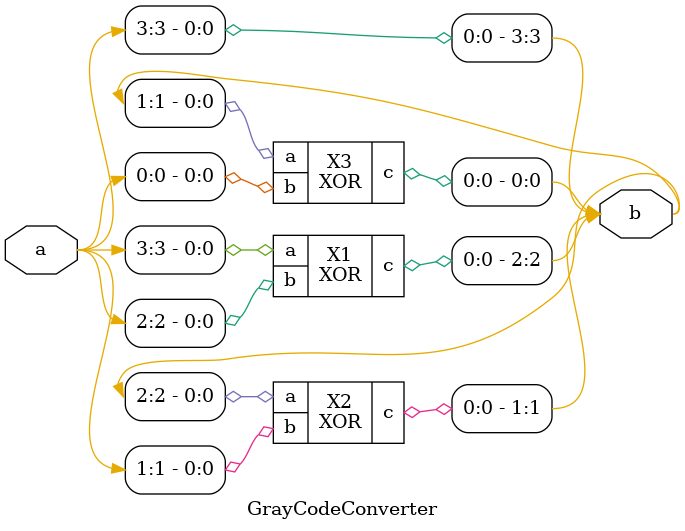
<source format=v>
`timescale 1ns / 1ps
module NAND(
	input a,
	input b,
	output c
	);
	
	assign c = ~(a & b);
	
endmodule

//XOR Gate Module that makes use of 4 NAND Gates.
module XOR(
	input a,
	input b,
	output c
	);
	
	wire d[2:0];
	
	NAND N1(a, b, d[0]);
	NAND N2(a, d[0], d[1]);
	NAND N3(b, d[0], d[2]);
	NAND N4(d[1], d[2], c);

endmodule	

//The 4-bit Gray Code to equivalent 4-bit Binary Code Converter Module.
module GrayCodeConverter(
    input [3:0] a,
    output [3:0] b
    );
	 
	 assign b[3] = a[3]; //or use XOR X4(a[3], 1'b0, b[3]); if assign statements are to be avoided entirely. But this results in an unnecessary use of an extra XOR gate.
	 XOR X1(a[3], a[2], b[2]);
	 XOR X2(b[2], a[1], b[1]);
	 XOR X3(b[1], a[0], b[0]);

endmodule

</source>
